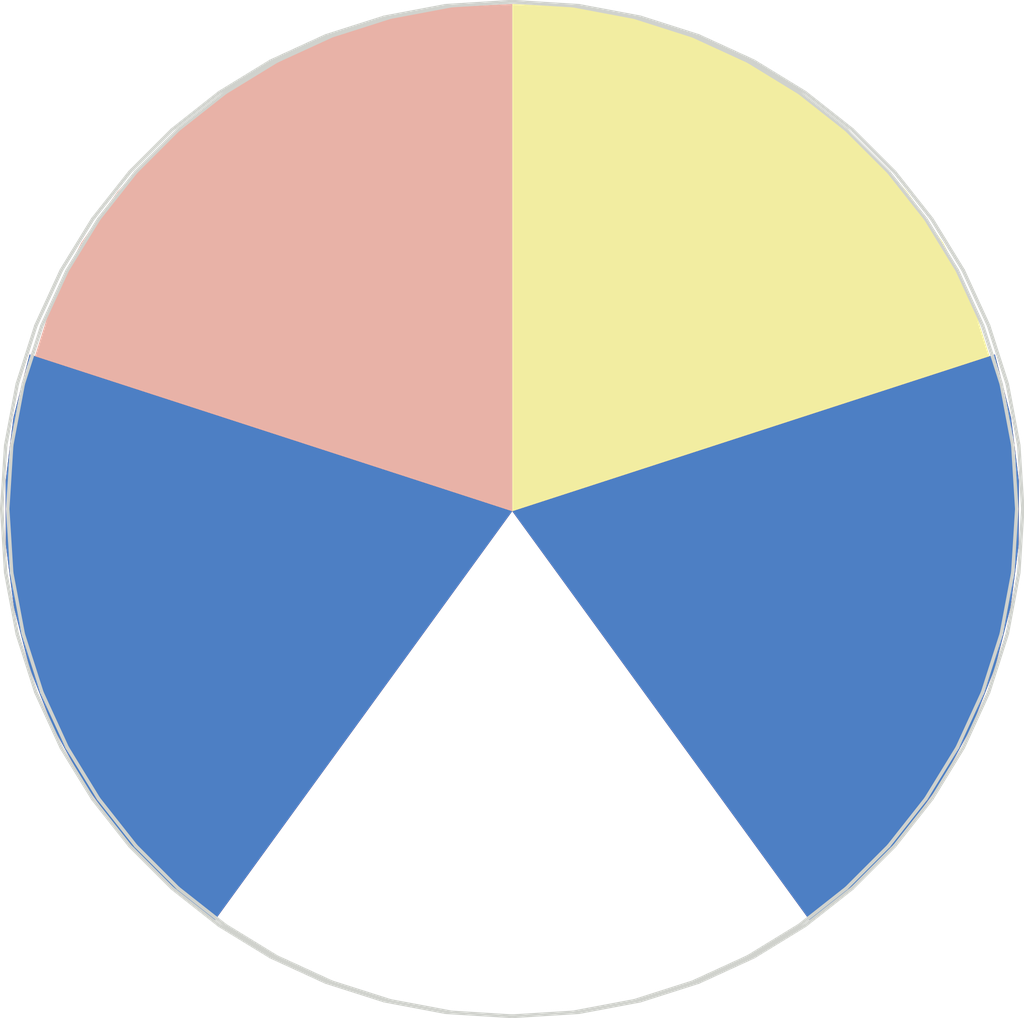
<source format=kicad_pcb>
(kicad_pcb (version 20171130) (host pcbnew 5.0.0+dfsg1-1)

  (general
    (thickness 1.6)
    (drawings 0)
    (tracks 0)
    (zones 0)
    (modules 2)
    (nets 1)
  )

  (page A4)
  (layers
    (0 F.Cu signal)
    (31 B.Cu signal)
    (32 B.Adhes user)
    (33 F.Adhes user)
    (34 B.Paste user)
    (35 F.Paste user)
    (36 B.SilkS user)
    (37 F.SilkS user)
    (38 B.Mask user)
    (39 F.Mask user)
    (40 Dwgs.User user)
    (41 Cmts.User user)
    (42 Eco1.User user)
    (43 Eco2.User user)
    (44 Edge.Cuts user)
    (45 Margin user)
    (46 B.CrtYd user)
    (47 F.CrtYd user)
    (48 B.Fab user)
    (49 F.Fab user)
  )

  (setup
    (last_trace_width 0.25)
    (trace_clearance 0.2)
    (zone_clearance 0.508)
    (zone_45_only no)
    (trace_min 0.2)
    (segment_width 0.2)
    (edge_width 0.15)
    (via_size 0.8)
    (via_drill 0.4)
    (via_min_size 0.4)
    (via_min_drill 0.3)
    (uvia_size 0.3)
    (uvia_drill 0.1)
    (uvias_allowed no)
    (uvia_min_size 0.2)
    (uvia_min_drill 0.1)
    (pcb_text_width 0.3)
    (pcb_text_size 1.5 1.5)
    (mod_edge_width 0.15)
    (mod_text_size 1 1)
    (mod_text_width 0.15)
    (pad_size 1.524 1.524)
    (pad_drill 0.762)
    (pad_to_mask_clearance 0.2)
    (aux_axis_origin 0 0)
    (visible_elements FFFFFF7F)
    (pcbplotparams
      (layerselection 0x010fc_ffffffff)
      (usegerberextensions false)
      (usegerberattributes false)
      (usegerberadvancedattributes false)
      (creategerberjobfile false)
      (excludeedgelayer true)
      (linewidth 0.100000)
      (plotframeref false)
      (viasonmask false)
      (mode 1)
      (useauxorigin false)
      (hpglpennumber 1)
      (hpglpenspeed 20)
      (hpglpendiameter 15.000000)
      (psnegative false)
      (psa4output false)
      (plotreference true)
      (plotvalue true)
      (plotinvisibletext false)
      (padsonsilk false)
      (subtractmaskfromsilk false)
      (outputformat 1)
      (mirror false)
      (drillshape 0)
      (scaleselection 1)
      (outputdirectory "output/"))
  )

  (net 0 "")

  (net_class Default "This is the default net class."
    (clearance 0.2)
    (trace_width 0.25)
    (via_dia 0.8)
    (via_drill 0.4)
    (uvia_dia 0.3)
    (uvia_drill 0.1)
  )

  (module palette:palette (layer F.Cu) (tedit 5B833BDF) (tstamp 5B833E31)
    (at 150 100)
    (descr "Imported from palette.svg")
    (tags svg2mod)
    (attr smd)
    (fp_text reference svg2mod (at 0 -23.283515) (layer F.Fab) hide
      (effects (font (size 1.524 1.524) (thickness 0.3048)))
    )
    (fp_text value G*** (at 0 23.283515) (layer F.Fab) hide
      (effects (font (size 1.524 1.524) (thickness 0.3048)))
    )
    (fp_poly (pts (xy -0.000007 -20.005871) (xy 2.439291 -19.88866) (xy 4.859745 -19.418709) (xy 7.217988 -18.625226)
      (xy 9.470652 -17.537415) (xy 11.574369 -16.184482) (xy 13.485769 -14.595632) (xy 15.161486 -12.80007)
      (xy 16.558151 -10.827004) (xy 17.632396 -8.705637) (xy 18.340854 -6.465176) (xy 16.048246 -5.720263)
      (xy 13.755639 -4.975349) (xy 11.463031 -4.230436) (xy 9.170424 -3.485523) (xy 6.877816 -2.740611)
      (xy 4.585209 -1.995698) (xy 2.292601 -1.250786) (xy -0.000007 -0.505875) (xy -0.000007 -2.943373)
      (xy -0.000007 -5.380872) (xy -0.000007 -7.818372) (xy -0.000007 -10.255871) (xy -0.000007 -12.693371)
      (xy -0.000007 -15.130871) (xy -0.000007 -17.568371) (xy -0.000007 -20.005871)) (layer F.SilkS) (width 0))
    (fp_poly (pts (xy 18.545604 -6.531703) (xy 19.166153 -4.102956) (xy 19.467454 -1.655795) (xy 19.45848 0.782158)
      (xy 19.148206 3.183284) (xy 18.545606 5.519964) (xy 17.659654 7.764577) (xy 16.499325 9.889503)
      (xy 15.073592 11.867123) (xy 13.39143 13.669817) (xy 11.461814 15.269965) (xy -0.000007 -0.505875)
      (xy 18.545604 -6.531703)) (layer F.Mask) (width 0))
    (fp_poly (pts (xy 11.461814 15.269955) (xy 9.343698 16.610656) (xy 7.109417 17.653424) (xy 4.788013 18.398258)
      (xy 2.408526 18.845158) (xy -0.000001 18.994125) (xy -2.408529 18.845158) (xy -4.788015 18.398258)
      (xy -7.109419 17.653424) (xy -9.343699 16.610656) (xy -11.461815 15.269955) (xy 0.000004 -0.505875)
      (xy 11.461814 15.269955)) (layer F.Mask) (width 0))
    (fp_line (start 19.384314 -0.591275) (end 19.232381 1.854763) (layer Edge.Cuts) (width 0.132292))
    (fp_line (start 19.232381 1.854763) (end 18.788765 4.210133) (layer Edge.Cuts) (width 0.132292))
    (fp_line (start 18.788765 4.210133) (end 18.071741 6.456561) (layer Edge.Cuts) (width 0.132292))
    (fp_line (start 18.071741 6.456561) (end 17.099582 8.575772) (layer Edge.Cuts) (width 0.132292))
    (fp_line (start 17.099582 8.575772) (end 15.890563 10.549493) (layer Edge.Cuts) (width 0.132292))
    (fp_line (start 15.890563 10.549493) (end 14.462957 12.35945) (layer Edge.Cuts) (width 0.132292))
    (fp_line (start 14.462957 12.35945) (end 12.835039 13.987369) (layer Edge.Cuts) (width 0.132292))
    (fp_line (start 12.835039 13.987369) (end 11.025082 15.414974) (layer Edge.Cuts) (width 0.132292))
    (fp_line (start 11.025082 15.414974) (end 9.051361 16.623994) (layer Edge.Cuts) (width 0.132292))
    (fp_line (start 9.051361 16.623994) (end 6.932149 17.596153) (layer Edge.Cuts) (width 0.132292))
    (fp_line (start 6.932149 17.596153) (end 4.685721 18.313177) (layer Edge.Cuts) (width 0.132292))
    (fp_line (start 4.685721 18.313177) (end 2.330352 18.756792) (layer Edge.Cuts) (width 0.132292))
    (fp_line (start 2.330352 18.756792) (end -0.115687 18.908725) (layer Edge.Cuts) (width 0.132292))
    (fp_line (start -0.115687 18.908725) (end -2.561725 18.756792) (layer Edge.Cuts) (width 0.132292))
    (fp_line (start -2.561725 18.756792) (end -4.917095 18.313177) (layer Edge.Cuts) (width 0.132292))
    (fp_line (start -4.917095 18.313177) (end -7.163522 17.596153) (layer Edge.Cuts) (width 0.132292))
    (fp_line (start -7.163522 17.596153) (end -9.282733 16.623994) (layer Edge.Cuts) (width 0.132292))
    (fp_line (start -9.282733 16.623994) (end -11.256454 15.414974) (layer Edge.Cuts) (width 0.132292))
    (fp_line (start -11.256454 15.414974) (end -13.066411 13.987369) (layer Edge.Cuts) (width 0.132292))
    (fp_line (start -13.066411 13.987369) (end -14.694329 12.35945) (layer Edge.Cuts) (width 0.132292))
    (fp_line (start -14.694329 12.35945) (end -16.121934 10.549493) (layer Edge.Cuts) (width 0.132292))
    (fp_line (start -16.121934 10.549493) (end -17.330953 8.575772) (layer Edge.Cuts) (width 0.132292))
    (fp_line (start -17.330953 8.575772) (end -18.303112 6.456561) (layer Edge.Cuts) (width 0.132292))
    (fp_line (start -18.303112 6.456561) (end -19.020136 4.210133) (layer Edge.Cuts) (width 0.132292))
    (fp_line (start -19.020136 4.210133) (end -19.463751 1.854763) (layer Edge.Cuts) (width 0.132292))
    (fp_line (start -19.463751 1.854763) (end -19.615684 -0.591275) (layer Edge.Cuts) (width 0.132292))
    (fp_line (start -19.615684 -0.591275) (end -19.463751 -3.037314) (layer Edge.Cuts) (width 0.132292))
    (fp_line (start -19.463751 -3.037314) (end -19.020136 -5.392684) (layer Edge.Cuts) (width 0.132292))
    (fp_line (start -19.020136 -5.392684) (end -18.303113 -7.639112) (layer Edge.Cuts) (width 0.132292))
    (fp_line (start -18.303113 -7.639112) (end -17.330954 -9.758324) (layer Edge.Cuts) (width 0.132292))
    (fp_line (start -17.330954 -9.758324) (end -16.121936 -11.732045) (layer Edge.Cuts) (width 0.132292))
    (fp_line (start -16.121936 -11.732045) (end -14.69433 -13.542002) (layer Edge.Cuts) (width 0.132292))
    (fp_line (start -14.69433 -13.542002) (end -13.066412 -15.169921) (layer Edge.Cuts) (width 0.132292))
    (fp_line (start -13.066412 -15.169921) (end -11.256456 -16.597527) (layer Edge.Cuts) (width 0.132292))
    (fp_line (start -11.256456 -16.597527) (end -9.282735 -17.806547) (layer Edge.Cuts) (width 0.132292))
    (fp_line (start -9.282735 -17.806547) (end -7.163523 -18.778706) (layer Edge.Cuts) (width 0.132292))
    (fp_line (start -7.163523 -18.778706) (end -4.917095 -19.49573) (layer Edge.Cuts) (width 0.132292))
    (fp_line (start -4.917095 -19.49573) (end -2.561725 -19.939346) (layer Edge.Cuts) (width 0.132292))
    (fp_line (start -2.561725 -19.939346) (end -0.115687 -20.091279) (layer Edge.Cuts) (width 0.132292))
    (fp_line (start -0.115687 -20.091279) (end 2.330352 -19.939346) (layer Edge.Cuts) (width 0.132292))
    (fp_line (start 2.330352 -19.939346) (end 4.685721 -19.495731) (layer Edge.Cuts) (width 0.132292))
    (fp_line (start 4.685721 -19.495731) (end 6.932149 -18.778707) (layer Edge.Cuts) (width 0.132292))
    (fp_line (start 6.932149 -18.778707) (end 9.051361 -17.806548) (layer Edge.Cuts) (width 0.132292))
    (fp_line (start 9.051361 -17.806548) (end 11.025082 -16.597528) (layer Edge.Cuts) (width 0.132292))
    (fp_line (start 11.025082 -16.597528) (end 12.835039 -15.169922) (layer Edge.Cuts) (width 0.132292))
    (fp_line (start 12.835039 -15.169922) (end 14.462957 -13.542004) (layer Edge.Cuts) (width 0.132292))
    (fp_line (start 14.462957 -13.542004) (end 15.890563 -11.732046) (layer Edge.Cuts) (width 0.132292))
    (fp_line (start 15.890563 -11.732046) (end 17.099582 -9.758325) (layer Edge.Cuts) (width 0.132292))
    (fp_line (start 17.099582 -9.758325) (end 18.071741 -7.639113) (layer Edge.Cuts) (width 0.132292))
    (fp_line (start 18.071741 -7.639113) (end 18.788765 -5.392685) (layer Edge.Cuts) (width 0.132292))
    (fp_line (start 18.788765 -5.392685) (end 19.232381 -3.037314) (layer Edge.Cuts) (width 0.132292))
    (fp_line (start 19.232381 -3.037314) (end 19.384314 -0.591275) (layer Edge.Cuts) (width 0.132292))
    (fp_poly (pts (xy 18.545604 -6.531703) (xy 19.166153 -4.102956) (xy 19.467454 -1.655795) (xy 19.45848 0.782158)
      (xy 19.148206 3.183284) (xy 18.545606 5.519964) (xy 17.659654 7.764577) (xy 16.499325 9.889503)
      (xy 15.073592 11.867123) (xy 13.39143 13.669817) (xy 11.461814 15.269965) (xy -0.000007 -0.505875)
      (xy 18.545604 -6.531703)) (layer F.Cu) (width 0))
    (fp_poly (pts (xy -11.461819 15.269955) (xy -13.391433 13.669807) (xy -15.073594 11.867114) (xy -16.499326 9.889494)
      (xy -17.659654 7.764568) (xy -18.545606 5.519955) (xy -19.148206 3.183277) (xy -19.458481 0.782151)
      (xy -19.467455 -1.6558) (xy -19.166156 -4.102958) (xy -18.545608 -6.531703) (xy -0.000007 -0.505875)
      (xy -11.461819 15.269955)) (layer F.Cu) (width 0))
  )

  (module palette:palette (layer B.Cu) (tedit 5B833BDF) (tstamp 5B833EAA)
    (at 150 100 180)
    (descr "Imported from palette.svg")
    (tags svg2mod)
    (attr smd)
    (fp_text reference svg2mod (at 0 23.283515 180) (layer B.Fab) hide
      (effects (font (size 1.524 1.524) (thickness 0.3048)) (justify mirror))
    )
    (fp_text value G*** (at 0 -23.283515 180) (layer B.Fab) hide
      (effects (font (size 1.524 1.524) (thickness 0.3048)) (justify mirror))
    )
    (fp_poly (pts (xy -0.000007 20.005871) (xy 2.439291 19.88866) (xy 4.859745 19.418709) (xy 7.217988 18.625226)
      (xy 9.470652 17.537415) (xy 11.574369 16.184482) (xy 13.485769 14.595632) (xy 15.161486 12.80007)
      (xy 16.558151 10.827004) (xy 17.632396 8.705637) (xy 18.340854 6.465176) (xy 16.048246 5.720263)
      (xy 13.755639 4.975349) (xy 11.463031 4.230436) (xy 9.170424 3.485523) (xy 6.877816 2.740611)
      (xy 4.585209 1.995698) (xy 2.292601 1.250786) (xy -0.000007 0.505875) (xy -0.000007 2.943373)
      (xy -0.000007 5.380872) (xy -0.000007 7.818372) (xy -0.000007 10.255871) (xy -0.000007 12.693371)
      (xy -0.000007 15.130871) (xy -0.000007 17.568371) (xy -0.000007 20.005871)) (layer B.SilkS) (width 0))
    (fp_poly (pts (xy 18.545604 6.531703) (xy 19.166153 4.102956) (xy 19.467454 1.655795) (xy 19.45848 -0.782158)
      (xy 19.148206 -3.183284) (xy 18.545606 -5.519964) (xy 17.659654 -7.764577) (xy 16.499325 -9.889503)
      (xy 15.073592 -11.867123) (xy 13.39143 -13.669817) (xy 11.461814 -15.269965) (xy -0.000007 0.505875)
      (xy 18.545604 6.531703)) (layer B.Mask) (width 0))
    (fp_poly (pts (xy 11.461814 -15.269955) (xy 9.343698 -16.610656) (xy 7.109417 -17.653424) (xy 4.788013 -18.398258)
      (xy 2.408526 -18.845158) (xy -0.000001 -18.994125) (xy -2.408529 -18.845158) (xy -4.788015 -18.398258)
      (xy -7.109419 -17.653424) (xy -9.343699 -16.610656) (xy -11.461815 -15.269955) (xy 0.000004 0.505875)
      (xy 11.461814 -15.269955)) (layer B.Mask) (width 0))
    (fp_line (start 19.384314 0.591275) (end 19.232381 -1.854763) (layer Edge.Cuts) (width 0.132292))
    (fp_line (start 19.232381 -1.854763) (end 18.788765 -4.210133) (layer Edge.Cuts) (width 0.132292))
    (fp_line (start 18.788765 -4.210133) (end 18.071741 -6.456561) (layer Edge.Cuts) (width 0.132292))
    (fp_line (start 18.071741 -6.456561) (end 17.099582 -8.575772) (layer Edge.Cuts) (width 0.132292))
    (fp_line (start 17.099582 -8.575772) (end 15.890563 -10.549493) (layer Edge.Cuts) (width 0.132292))
    (fp_line (start 15.890563 -10.549493) (end 14.462957 -12.35945) (layer Edge.Cuts) (width 0.132292))
    (fp_line (start 14.462957 -12.35945) (end 12.835039 -13.987369) (layer Edge.Cuts) (width 0.132292))
    (fp_line (start 12.835039 -13.987369) (end 11.025082 -15.414974) (layer Edge.Cuts) (width 0.132292))
    (fp_line (start 11.025082 -15.414974) (end 9.051361 -16.623994) (layer Edge.Cuts) (width 0.132292))
    (fp_line (start 9.051361 -16.623994) (end 6.932149 -17.596153) (layer Edge.Cuts) (width 0.132292))
    (fp_line (start 6.932149 -17.596153) (end 4.685721 -18.313177) (layer Edge.Cuts) (width 0.132292))
    (fp_line (start 4.685721 -18.313177) (end 2.330352 -18.756792) (layer Edge.Cuts) (width 0.132292))
    (fp_line (start 2.330352 -18.756792) (end -0.115687 -18.908725) (layer Edge.Cuts) (width 0.132292))
    (fp_line (start -0.115687 -18.908725) (end -2.561725 -18.756792) (layer Edge.Cuts) (width 0.132292))
    (fp_line (start -2.561725 -18.756792) (end -4.917095 -18.313177) (layer Edge.Cuts) (width 0.132292))
    (fp_line (start -4.917095 -18.313177) (end -7.163522 -17.596153) (layer Edge.Cuts) (width 0.132292))
    (fp_line (start -7.163522 -17.596153) (end -9.282733 -16.623994) (layer Edge.Cuts) (width 0.132292))
    (fp_line (start -9.282733 -16.623994) (end -11.256454 -15.414974) (layer Edge.Cuts) (width 0.132292))
    (fp_line (start -11.256454 -15.414974) (end -13.066411 -13.987369) (layer Edge.Cuts) (width 0.132292))
    (fp_line (start -13.066411 -13.987369) (end -14.694329 -12.35945) (layer Edge.Cuts) (width 0.132292))
    (fp_line (start -14.694329 -12.35945) (end -16.121934 -10.549493) (layer Edge.Cuts) (width 0.132292))
    (fp_line (start -16.121934 -10.549493) (end -17.330953 -8.575772) (layer Edge.Cuts) (width 0.132292))
    (fp_line (start -17.330953 -8.575772) (end -18.303112 -6.456561) (layer Edge.Cuts) (width 0.132292))
    (fp_line (start -18.303112 -6.456561) (end -19.020136 -4.210133) (layer Edge.Cuts) (width 0.132292))
    (fp_line (start -19.020136 -4.210133) (end -19.463751 -1.854763) (layer Edge.Cuts) (width 0.132292))
    (fp_line (start -19.463751 -1.854763) (end -19.615684 0.591275) (layer Edge.Cuts) (width 0.132292))
    (fp_line (start -19.615684 0.591275) (end -19.463751 3.037314) (layer Edge.Cuts) (width 0.132292))
    (fp_line (start -19.463751 3.037314) (end -19.020136 5.392684) (layer Edge.Cuts) (width 0.132292))
    (fp_line (start -19.020136 5.392684) (end -18.303113 7.639112) (layer Edge.Cuts) (width 0.132292))
    (fp_line (start -18.303113 7.639112) (end -17.330954 9.758324) (layer Edge.Cuts) (width 0.132292))
    (fp_line (start -17.330954 9.758324) (end -16.121936 11.732045) (layer Edge.Cuts) (width 0.132292))
    (fp_line (start -16.121936 11.732045) (end -14.69433 13.542002) (layer Edge.Cuts) (width 0.132292))
    (fp_line (start -14.69433 13.542002) (end -13.066412 15.169921) (layer Edge.Cuts) (width 0.132292))
    (fp_line (start -13.066412 15.169921) (end -11.256456 16.597527) (layer Edge.Cuts) (width 0.132292))
    (fp_line (start -11.256456 16.597527) (end -9.282735 17.806547) (layer Edge.Cuts) (width 0.132292))
    (fp_line (start -9.282735 17.806547) (end -7.163523 18.778706) (layer Edge.Cuts) (width 0.132292))
    (fp_line (start -7.163523 18.778706) (end -4.917095 19.49573) (layer Edge.Cuts) (width 0.132292))
    (fp_line (start -4.917095 19.49573) (end -2.561725 19.939346) (layer Edge.Cuts) (width 0.132292))
    (fp_line (start -2.561725 19.939346) (end -0.115687 20.091279) (layer Edge.Cuts) (width 0.132292))
    (fp_line (start -0.115687 20.091279) (end 2.330352 19.939346) (layer Edge.Cuts) (width 0.132292))
    (fp_line (start 2.330352 19.939346) (end 4.685721 19.495731) (layer Edge.Cuts) (width 0.132292))
    (fp_line (start 4.685721 19.495731) (end 6.932149 18.778707) (layer Edge.Cuts) (width 0.132292))
    (fp_line (start 6.932149 18.778707) (end 9.051361 17.806548) (layer Edge.Cuts) (width 0.132292))
    (fp_line (start 9.051361 17.806548) (end 11.025082 16.597528) (layer Edge.Cuts) (width 0.132292))
    (fp_line (start 11.025082 16.597528) (end 12.835039 15.169922) (layer Edge.Cuts) (width 0.132292))
    (fp_line (start 12.835039 15.169922) (end 14.462957 13.542004) (layer Edge.Cuts) (width 0.132292))
    (fp_line (start 14.462957 13.542004) (end 15.890563 11.732046) (layer Edge.Cuts) (width 0.132292))
    (fp_line (start 15.890563 11.732046) (end 17.099582 9.758325) (layer Edge.Cuts) (width 0.132292))
    (fp_line (start 17.099582 9.758325) (end 18.071741 7.639113) (layer Edge.Cuts) (width 0.132292))
    (fp_line (start 18.071741 7.639113) (end 18.788765 5.392685) (layer Edge.Cuts) (width 0.132292))
    (fp_line (start 18.788765 5.392685) (end 19.232381 3.037314) (layer Edge.Cuts) (width 0.132292))
    (fp_line (start 19.232381 3.037314) (end 19.384314 0.591275) (layer Edge.Cuts) (width 0.132292))
    (fp_poly (pts (xy 18.545604 6.531703) (xy 19.166153 4.102956) (xy 19.467454 1.655795) (xy 19.45848 -0.782158)
      (xy 19.148206 -3.183284) (xy 18.545606 -5.519964) (xy 17.659654 -7.764577) (xy 16.499325 -9.889503)
      (xy 15.073592 -11.867123) (xy 13.39143 -13.669817) (xy 11.461814 -15.269965) (xy -0.000007 0.505875)
      (xy 18.545604 6.531703)) (layer B.Cu) (width 0))
    (fp_poly (pts (xy -11.461819 -15.269955) (xy -13.391433 -13.669807) (xy -15.073594 -11.867114) (xy -16.499326 -9.889494)
      (xy -17.659654 -7.764568) (xy -18.545606 -5.519955) (xy -19.148206 -3.183277) (xy -19.458481 -0.782151)
      (xy -19.467455 1.6558) (xy -19.166156 4.102958) (xy -18.545608 6.531703) (xy -0.000007 0.505875)
      (xy -11.461819 -15.269955)) (layer B.Cu) (width 0))
  )

)

</source>
